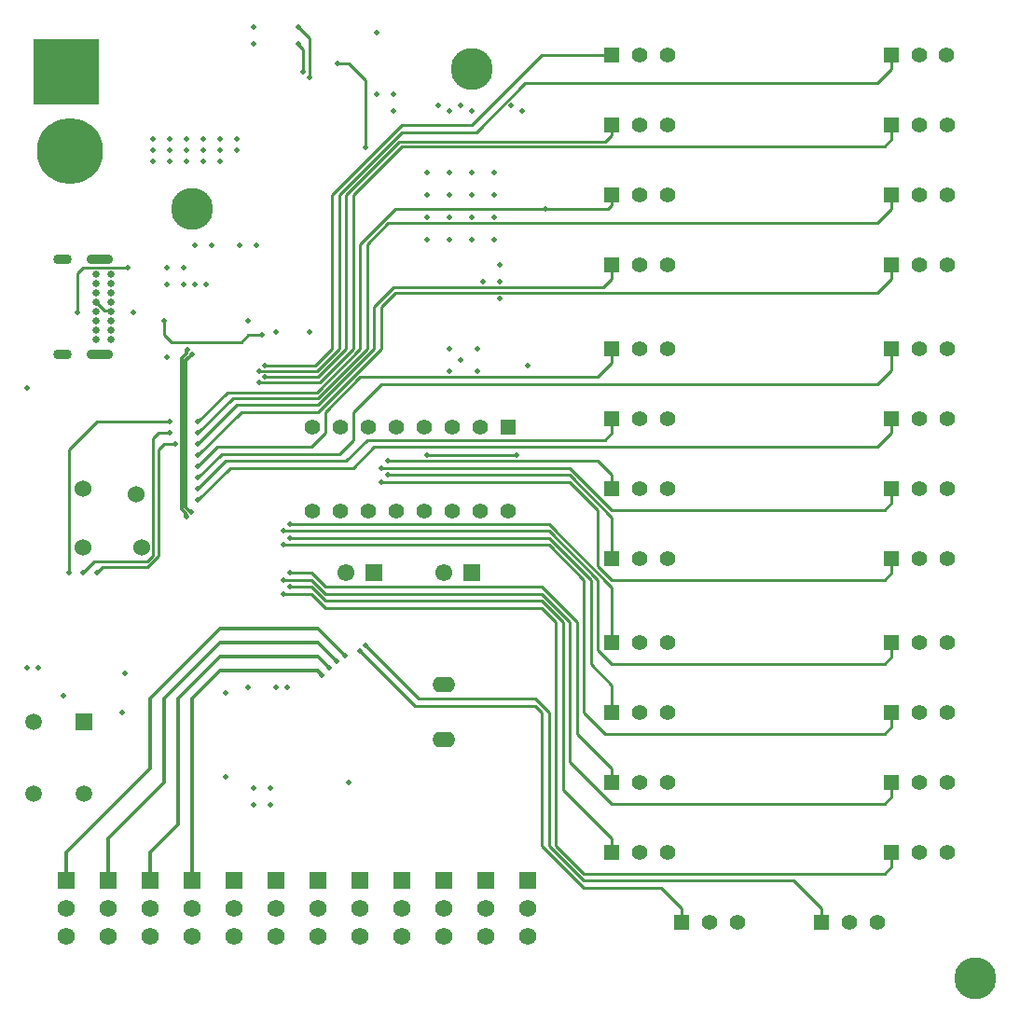
<source format=gbl>
G04*
G04 #@! TF.GenerationSoftware,Altium Limited,Altium Designer,21.7.2 (23)*
G04*
G04 Layer_Physical_Order=4*
G04 Layer_Color=16711680*
%FSLAX25Y25*%
%MOIN*%
G70*
G04*
G04 #@! TF.SameCoordinates,5233C9E9-E8BD-4DB4-A303-C3663256A2A9*
G04*
G04*
G04 #@! TF.FilePolarity,Positive*
G04*
G01*
G75*
%ADD10C,0.01000*%
%ADD70C,0.06181*%
%ADD71R,0.06181X0.06181*%
%ADD73C,0.05512*%
%ADD74R,0.05512X0.05512*%
%ADD75C,0.02559*%
G04:AMPARAMS|DCode=76|XSize=35.43mil|YSize=94.49mil|CornerRadius=17.72mil|HoleSize=0mil|Usage=FLASHONLY|Rotation=270.000|XOffset=0mil|YOffset=0mil|HoleType=Round|Shape=RoundedRectangle|*
%AMROUNDEDRECTD76*
21,1,0.03543,0.05906,0,0,270.0*
21,1,0.00000,0.09449,0,0,270.0*
1,1,0.03543,-0.02953,0.00000*
1,1,0.03543,-0.02953,0.00000*
1,1,0.03543,0.02953,0.00000*
1,1,0.03543,0.02953,0.00000*
%
%ADD76ROUNDEDRECTD76*%
G04:AMPARAMS|DCode=77|XSize=35.43mil|YSize=66.93mil|CornerRadius=17.72mil|HoleSize=0mil|Usage=FLASHONLY|Rotation=270.000|XOffset=0mil|YOffset=0mil|HoleType=Round|Shape=RoundedRectangle|*
%AMROUNDEDRECTD77*
21,1,0.03543,0.03150,0,0,270.0*
21,1,0.00000,0.06693,0,0,270.0*
1,1,0.03543,-0.01575,0.00000*
1,1,0.03543,-0.01575,0.00000*
1,1,0.03543,0.01575,0.00000*
1,1,0.03543,0.01575,0.00000*
%
%ADD77ROUNDEDRECTD77*%
%ADD79C,0.06102*%
%ADD80R,0.06102X0.06102*%
%ADD82C,0.01200*%
%ADD83C,0.06000*%
%ADD84C,0.15000*%
%ADD85R,0.23622X0.23622*%
%ADD86R,0.05512X0.05512*%
%ADD87R,0.05906X0.05906*%
%ADD88C,0.05906*%
%ADD89O,0.08268X0.05512*%
%ADD90C,0.23622*%
%ADD91C,0.01968*%
D10*
X180000Y296000D02*
X184000D01*
X178000Y300000D02*
X182000D01*
X156000Y304000D02*
X182000D01*
X178000Y294000D02*
X180000Y296000D01*
X178000Y256000D02*
Y294000D01*
X174000Y252000D02*
X178000Y256000D01*
X158000Y252000D02*
X174000D01*
X156000Y250000D02*
X158000Y252000D01*
X176000Y298000D02*
X178000Y300000D01*
X176000Y256000D02*
Y298000D01*
X174000Y254000D02*
X176000Y256000D01*
X155000Y254000D02*
X174000D01*
X151000Y250000D02*
X155000Y254000D01*
X146000Y294000D02*
X156000Y304000D01*
X146000Y250000D02*
Y294000D01*
X192000Y304000D02*
X202600Y314600D01*
X241969Y432030D02*
X245970D01*
X252000Y426000D01*
Y402000D02*
Y426000D01*
X365000Y125157D02*
Y130000D01*
Y125157D02*
X365158Y125000D01*
X415000Y125157D02*
Y130000D01*
Y125157D02*
X415158Y125000D01*
X440000Y145000D02*
Y149843D01*
X440158Y150000D01*
X440000Y170000D02*
Y174843D01*
X440158Y175000D01*
X340000Y150157D02*
Y155000D01*
Y150157D02*
X340158Y150000D01*
X340000Y175157D02*
Y180000D01*
Y175157D02*
X340158Y175000D01*
X440000Y195000D02*
Y199843D01*
X440158Y200000D01*
X440000Y220000D02*
Y224843D01*
X440158Y225000D01*
X340158Y200000D02*
Y209842D01*
X332500Y217500D02*
X340158Y209842D01*
X317500Y267500D02*
X340158Y244843D01*
Y225000D02*
Y244843D01*
X440158Y250157D02*
Y255000D01*
X437500Y247500D02*
X440158Y250157D01*
X440000Y275000D02*
Y279842D01*
X440158Y280000D01*
X325000Y285000D02*
X340158Y269843D01*
Y255000D02*
Y269843D01*
X340000Y272500D02*
X437500D01*
X325000Y287500D02*
X340000Y272500D01*
X257500Y287500D02*
X325000D01*
X437500Y272500D02*
X440000Y275000D01*
X260000Y285000D02*
X325000D01*
X340000Y280157D02*
X340158Y280000D01*
X340000Y280157D02*
Y285000D01*
X440000Y300000D02*
Y304842D01*
X440158Y305000D01*
X247500Y287500D02*
X255000Y295000D01*
X203500Y287500D02*
X247500D01*
X255000Y295000D02*
X435000D01*
X440000Y329842D02*
X440158Y330000D01*
X440000Y322500D02*
Y329842D01*
X340000Y300000D02*
Y304842D01*
X340158Y305000D01*
X247500Y297500D02*
Y307500D01*
X257500Y317500D02*
X435000D01*
X337500Y297500D02*
X340000Y300000D01*
X247500Y307500D02*
X257500Y317500D01*
X242500Y292500D02*
X247500Y297500D01*
X435000Y295000D02*
X440000Y300000D01*
X340000Y325000D02*
Y329842D01*
X340158Y330000D01*
X440000Y359842D02*
X440158Y360000D01*
X440000Y355000D02*
Y359842D01*
Y384842D02*
X440158Y385000D01*
X440000Y380000D02*
Y384842D01*
X340000Y381344D02*
Y384842D01*
X340158Y385000D01*
X435000Y350000D02*
X440000Y355000D01*
X262500Y350000D02*
X435000D01*
X257500Y345000D02*
X262500Y350000D01*
X257500Y330000D02*
Y345000D01*
X340000Y355000D02*
Y359842D01*
X340158Y360000D01*
X340000Y406344D02*
Y409842D01*
X340158Y410000D01*
X440000Y405000D02*
Y409842D01*
X440158Y410000D01*
X440000Y430000D02*
Y435000D01*
X315000D02*
X340158D01*
X274000Y292000D02*
X306000D01*
X207500Y332500D02*
X210000Y335000D01*
X180000D02*
Y340000D01*
X182500Y332500D02*
X207500D01*
X180000Y335000D02*
X182500Y332500D01*
X210000Y335000D02*
X215000D01*
X235500Y318000D02*
X247500Y330000D01*
X214000Y318000D02*
X235500D01*
X216000Y320000D02*
X235000D01*
X245000Y330000D01*
X234500Y322000D02*
X242500Y330000D01*
X214000Y322000D02*
X234500D01*
X234000Y324000D02*
X240000Y330000D01*
X216000Y324000D02*
X234000D01*
X202600Y314600D02*
X234600D01*
X357500Y137500D02*
X365000Y130000D01*
X330000Y137500D02*
X357500D01*
X315000Y152500D02*
X330000Y137500D01*
X315000Y152500D02*
Y200000D01*
X312500Y202500D02*
X315000Y200000D01*
X269500Y202500D02*
X312500D01*
X250000Y222000D02*
X269500Y202500D01*
X405000Y140000D02*
X415000Y130000D01*
X330000Y140000D02*
X405000D01*
X317500Y152500D02*
X330000Y140000D01*
X317500Y152500D02*
Y200000D01*
X312500Y205000D02*
X317500Y200000D01*
X271000Y205000D02*
X312500D01*
X252000Y224000D02*
X271000Y205000D01*
X325000Y182500D02*
Y232500D01*
Y182500D02*
X340000Y167500D01*
X437500D01*
X330000Y142500D02*
X437500D01*
X320000Y152500D02*
X330000Y142500D01*
X437500D02*
X440000Y145000D01*
X320000Y152500D02*
Y232500D01*
X315000Y237500D02*
X320000Y232500D01*
X237500Y237500D02*
X315000D01*
X232500Y242500D02*
X237500Y237500D01*
X222500Y242500D02*
X232500D01*
X322500Y172500D02*
X340000Y155000D01*
X322500Y172500D02*
Y232500D01*
X315000Y240000D02*
X322500Y232500D01*
X237500Y240000D02*
X315000D01*
X232500Y245000D02*
X237500Y240000D01*
X225000Y245000D02*
X232500D01*
X327500Y192500D02*
Y232500D01*
X315000Y245000D02*
X327500Y232500D01*
X315000Y242500D02*
X325000Y232500D01*
X237500Y242500D02*
X315000D01*
X437500Y167500D02*
X440000Y170000D01*
X232500Y247500D02*
X237500Y242500D01*
X222500Y247500D02*
X232500D01*
X327500Y192500D02*
X340000Y180000D01*
X237631Y245000D02*
X315000D01*
X232631Y250000D02*
X237631Y245000D01*
X225000Y250000D02*
X232631D01*
X337500Y192500D02*
X437500D01*
X330000Y200000D02*
X337500Y192500D01*
X437500D02*
X440000Y195000D01*
X330000Y200000D02*
Y247500D01*
X317500Y260000D02*
X330000Y247500D01*
X222500Y260000D02*
X317500D01*
X332500Y217500D02*
Y247500D01*
X317500Y262500D02*
X332500Y247500D01*
X225000Y262500D02*
X317500D01*
X437500Y217500D02*
X440000Y220000D01*
X340000Y217500D02*
X437500D01*
X335000Y222500D02*
X340000Y217500D01*
X335000Y222500D02*
Y247500D01*
X317500Y265000D02*
X335000Y247500D01*
X222500Y265000D02*
X317500D01*
X225000Y267500D02*
X317500D01*
X340000Y247500D02*
X437500D01*
X335000Y252500D02*
X340000Y247500D01*
X335000Y252500D02*
Y272500D01*
X325000Y282500D02*
X335000Y272500D01*
X257500Y282500D02*
X325000D01*
X335000Y290000D02*
X340000Y285000D01*
X260000Y290000D02*
X335000D01*
X192000Y276000D02*
X203500Y287500D01*
X252500Y297500D02*
X337500D01*
X245000Y290000D02*
X252500Y297500D01*
X202000Y290000D02*
X245000D01*
X192000Y280000D02*
X202000Y290000D01*
X435000Y317500D02*
X440000Y322500D01*
X200500Y292500D02*
X242500D01*
X192000Y284000D02*
X200500Y292500D01*
X335000Y320000D02*
X340000Y325000D01*
X250000Y320000D02*
X335000D01*
X237500Y307500D02*
X250000Y320000D01*
X237500Y300000D02*
Y307500D01*
X232500Y295000D02*
X237500Y300000D01*
X199000Y295000D02*
X232500D01*
X192000Y288000D02*
X199000Y295000D01*
X235000Y307500D02*
X257500Y330000D01*
X207500Y307500D02*
X235000D01*
X192000Y292000D02*
X207500Y307500D01*
X337026Y352026D02*
X340000Y355000D01*
X262026Y352026D02*
X337026D01*
X255000Y330000D02*
Y345000D01*
X262026Y352026D01*
X235000Y310000D02*
X255000Y330000D01*
X240000D02*
Y385000D01*
X245000Y330000D02*
Y385000D01*
X247500Y330000D02*
Y385000D01*
X242500Y330000D02*
Y385000D01*
X240000D02*
X265000Y410000D01*
X192000Y296000D02*
X206000Y310000D01*
X235000D01*
X435000Y375000D02*
X440000Y380000D01*
X260000Y375000D02*
X435000D01*
X252500Y367500D02*
X260000Y375000D01*
X252500Y330000D02*
Y367500D01*
X235000Y312500D02*
X252500Y330000D01*
X192000Y300000D02*
X204500Y312500D01*
X235000D01*
X250000Y367500D02*
X262500Y380000D01*
X250000Y330000D02*
Y367500D01*
X262500Y380000D02*
X338656D01*
X340000Y381344D01*
X234600Y314600D02*
X250000Y330000D01*
X437500Y402500D02*
X440000Y405000D01*
X265000Y402500D02*
X437500D01*
X247500Y385000D02*
X265000Y402500D01*
X435000Y425000D02*
X440000Y430000D01*
X337656Y404000D02*
X340000Y406344D01*
X264000Y404000D02*
X337656D01*
X242500Y385000D02*
X265000Y407500D01*
X245000Y385000D02*
X264000Y404000D01*
X265000Y407500D02*
X291500D01*
X309000Y425000D01*
X435000D01*
X290000Y410000D02*
X315000Y435000D01*
X265000Y410000D02*
X290000D01*
X151000Y359000D02*
X167000D01*
X149000Y357000D02*
X151000Y359000D01*
X149000Y343000D02*
Y357000D01*
X160548Y343625D02*
X160846Y343327D01*
X155532Y346673D02*
X158580Y343625D01*
X160548D01*
X228000Y445000D02*
X232000Y441000D01*
Y427000D02*
Y441000D01*
X228000Y438928D02*
X229720Y437207D01*
X228000Y438928D02*
Y439000D01*
X229720Y429000D02*
Y437207D01*
D70*
X265000Y120000D02*
D03*
Y130000D02*
D03*
X235000Y120000D02*
D03*
Y130000D02*
D03*
X250000Y120000D02*
D03*
Y130000D02*
D03*
X205000Y120000D02*
D03*
Y130000D02*
D03*
X220000Y120000D02*
D03*
Y130000D02*
D03*
X190000Y120000D02*
D03*
Y130000D02*
D03*
X145000Y120000D02*
D03*
Y130000D02*
D03*
X160000Y120000D02*
D03*
Y130000D02*
D03*
X175000Y120000D02*
D03*
Y130000D02*
D03*
X310000Y120000D02*
D03*
Y130000D02*
D03*
X295000Y120000D02*
D03*
Y130000D02*
D03*
X280000Y120000D02*
D03*
Y130000D02*
D03*
D71*
X265000Y140000D02*
D03*
X235000D02*
D03*
X250000D02*
D03*
X205000D02*
D03*
X220000D02*
D03*
X190000D02*
D03*
X145000D02*
D03*
X160000D02*
D03*
X175000D02*
D03*
X310000D02*
D03*
X295000D02*
D03*
X280000D02*
D03*
D73*
X293000Y302000D02*
D03*
X283000D02*
D03*
X273000D02*
D03*
X263000D02*
D03*
X253000D02*
D03*
X243000D02*
D03*
X233000D02*
D03*
X303000Y272000D02*
D03*
X293000D02*
D03*
X283000D02*
D03*
X273000D02*
D03*
X263000D02*
D03*
X253000D02*
D03*
X243000D02*
D03*
X233000D02*
D03*
X459685Y435000D02*
D03*
X449843D02*
D03*
X459842Y410000D02*
D03*
X450000D02*
D03*
X459842Y385000D02*
D03*
X450000D02*
D03*
X459842Y360000D02*
D03*
X450000D02*
D03*
X359842Y255000D02*
D03*
X350000D02*
D03*
X359842Y280000D02*
D03*
X350000D02*
D03*
X359842Y330000D02*
D03*
X350000D02*
D03*
X359842Y305000D02*
D03*
X350000D02*
D03*
X359842Y225000D02*
D03*
X350000D02*
D03*
X359842Y200000D02*
D03*
X350000D02*
D03*
X359842Y175000D02*
D03*
X350000D02*
D03*
X359842Y150000D02*
D03*
X350000D02*
D03*
X359842Y385000D02*
D03*
X350000D02*
D03*
X359842Y435000D02*
D03*
X350000D02*
D03*
X359842Y410000D02*
D03*
X350000D02*
D03*
X359842Y360000D02*
D03*
X350000D02*
D03*
X459842Y150000D02*
D03*
X450000D02*
D03*
X459842Y175000D02*
D03*
X450000D02*
D03*
X434842Y125000D02*
D03*
X425000D02*
D03*
X384842D02*
D03*
X375000D02*
D03*
X459842Y280000D02*
D03*
X450000D02*
D03*
X459842Y255000D02*
D03*
X450000D02*
D03*
X459842Y225000D02*
D03*
X450000D02*
D03*
X459842Y200000D02*
D03*
X450000D02*
D03*
X459842Y305000D02*
D03*
X450000D02*
D03*
X459842Y330000D02*
D03*
X450000D02*
D03*
D74*
X440000Y435000D02*
D03*
X440158Y410000D02*
D03*
Y385000D02*
D03*
Y360000D02*
D03*
X340158Y255000D02*
D03*
Y280000D02*
D03*
Y330000D02*
D03*
Y305000D02*
D03*
Y225000D02*
D03*
Y200000D02*
D03*
Y175000D02*
D03*
Y150000D02*
D03*
Y385000D02*
D03*
Y435000D02*
D03*
Y410000D02*
D03*
Y360000D02*
D03*
X440158Y150000D02*
D03*
Y175000D02*
D03*
X415158Y125000D02*
D03*
X365158D02*
D03*
X440158Y280000D02*
D03*
Y255000D02*
D03*
Y225000D02*
D03*
Y200000D02*
D03*
Y305000D02*
D03*
Y330000D02*
D03*
D75*
X155532Y356713D02*
D03*
Y353366D02*
D03*
Y350020D02*
D03*
Y346673D02*
D03*
Y343327D02*
D03*
Y339980D02*
D03*
Y336634D02*
D03*
Y333287D02*
D03*
X160846D02*
D03*
Y336634D02*
D03*
Y339980D02*
D03*
Y343327D02*
D03*
Y346673D02*
D03*
Y350020D02*
D03*
Y353366D02*
D03*
Y356713D02*
D03*
D76*
X156988Y327972D02*
D03*
Y362028D02*
D03*
D77*
X143681Y327972D02*
D03*
Y362028D02*
D03*
D79*
X280157Y250000D02*
D03*
X245000D02*
D03*
D80*
X290000D02*
D03*
X254842D02*
D03*
D82*
X187661Y270882D02*
Y271337D01*
X188000Y328416D02*
Y328863D01*
X186214Y272784D02*
Y326630D01*
X188000Y328416D01*
X187814Y273447D02*
X188692Y272568D01*
X187814Y325967D02*
X189024Y327177D01*
X189053D01*
X187814Y273447D02*
Y325967D01*
X188692Y272568D02*
X188715D01*
X186214Y272784D02*
X187661Y271337D01*
Y270882D02*
X187853Y270690D01*
Y270147D02*
X188000Y270000D01*
Y328863D02*
X188108Y328971D01*
Y329598D01*
X188254Y329746D01*
X187853Y270147D02*
Y270690D01*
X189876Y328000D02*
X190084D01*
X188715Y272568D02*
X189538Y271745D01*
X189745D01*
X189053Y327177D02*
X189876Y328000D01*
X235000Y220000D02*
X239016Y215984D01*
X235000Y230000D02*
X244528Y220472D01*
X190000Y205000D02*
X200000Y215000D01*
X190000Y140000D02*
Y205000D01*
X185000D02*
X200000Y220000D01*
X175000Y140000D02*
Y150000D01*
X185000Y160000D02*
Y205000D01*
X200000Y220000D02*
X235000D01*
X175000Y150000D02*
X185000Y160000D01*
X200000Y225000D02*
X235000D01*
X160000Y140000D02*
Y155000D01*
X180000Y175000D02*
Y205000D01*
X160000Y155000D02*
X180000Y175000D01*
Y205000D02*
X200000Y225000D01*
X145000Y140000D02*
Y150000D01*
X175000Y205000D02*
X200000Y230000D01*
X145000Y150000D02*
X175000Y180000D01*
Y205000D01*
X200000Y230000D02*
X235000D01*
Y215000D02*
X236457Y213543D01*
X200000Y215000D02*
X235000D01*
Y225000D02*
X241575Y218425D01*
D83*
X170000Y278000D02*
D03*
X172000Y259000D02*
D03*
X151000Y280000D02*
D03*
Y259000D02*
D03*
D84*
X470000Y105000D02*
D03*
X190000Y380000D02*
D03*
X290000Y430000D02*
D03*
D85*
X145000Y429173D02*
D03*
D86*
X303000Y302000D02*
D03*
D87*
X151161Y196795D02*
D03*
D88*
X133445D02*
D03*
Y171205D02*
D03*
X151161D02*
D03*
D89*
X280000Y210000D02*
D03*
Y190315D02*
D03*
D90*
X146201Y400827D02*
D03*
D91*
X308000Y415000D02*
D03*
X304000Y417000D02*
D03*
X176000Y397000D02*
D03*
Y401000D02*
D03*
Y405000D02*
D03*
X156000Y250000D02*
D03*
X151000D02*
D03*
X146000D02*
D03*
X184000Y296000D02*
D03*
X192000Y304000D02*
D03*
X182000Y300000D02*
D03*
Y304000D02*
D03*
X241969Y432030D02*
D03*
X252000Y402000D02*
D03*
X274000Y292000D02*
D03*
X306000D02*
D03*
X188254Y329746D02*
D03*
X190084Y328000D02*
D03*
X189745Y271745D02*
D03*
X188000Y270000D02*
D03*
X180000Y340000D02*
D03*
X214000Y318000D02*
D03*
X216000Y320000D02*
D03*
X214000Y322000D02*
D03*
X216000Y324000D02*
D03*
X252000Y224000D02*
D03*
X250000Y222000D02*
D03*
X239016Y215984D02*
D03*
X244528Y220472D02*
D03*
X222500Y242500D02*
D03*
X225000Y245000D02*
D03*
X222500Y247500D02*
D03*
X225000Y250000D02*
D03*
X222500Y260000D02*
D03*
X225000Y262500D02*
D03*
X222500Y265000D02*
D03*
X225000Y267500D02*
D03*
X257500Y282500D02*
D03*
X260000Y285000D02*
D03*
Y290000D02*
D03*
X257500Y287500D02*
D03*
X292000Y322000D02*
D03*
X282000D02*
D03*
X286000Y326000D02*
D03*
X294000Y354010D02*
D03*
X300000D02*
D03*
X274000Y377000D02*
D03*
X290000D02*
D03*
X282000D02*
D03*
X298000D02*
D03*
X300000Y360000D02*
D03*
X274000Y369000D02*
D03*
X290000D02*
D03*
X282000D02*
D03*
X298000D02*
D03*
X290000Y385000D02*
D03*
X298000D02*
D03*
Y393000D02*
D03*
X236457Y213543D02*
D03*
X241575Y218425D02*
D03*
X192000Y276000D02*
D03*
Y280000D02*
D03*
Y284000D02*
D03*
Y288000D02*
D03*
Y292000D02*
D03*
Y296000D02*
D03*
Y300000D02*
D03*
X215000Y335000D02*
D03*
X144000Y206000D02*
D03*
X166000Y214000D02*
D03*
X165000Y200000D02*
D03*
X224000Y209000D02*
D03*
X218000Y167000D02*
D03*
X220000Y209000D02*
D03*
X210000D02*
D03*
X212000Y173000D02*
D03*
X218000D02*
D03*
X246000Y175000D02*
D03*
X202000Y177000D02*
D03*
X212000Y167000D02*
D03*
X202000Y207000D02*
D03*
X131000Y316000D02*
D03*
Y216000D02*
D03*
X135000D02*
D03*
X232000Y336000D02*
D03*
X220000D02*
D03*
X210000Y340000D02*
D03*
X316405Y380188D02*
D03*
X310000Y324000D02*
D03*
X282000Y330000D02*
D03*
X292000D02*
D03*
X300000Y348000D02*
D03*
X197000Y367000D02*
D03*
X191000D02*
D03*
X207000D02*
D03*
X213000D02*
D03*
X195000Y353000D02*
D03*
X187000Y359000D02*
D03*
Y353000D02*
D03*
X191000D02*
D03*
X181000Y327000D02*
D03*
Y353000D02*
D03*
Y359000D02*
D03*
X167000D02*
D03*
X149000Y343000D02*
D03*
X169000D02*
D03*
X256000Y421000D02*
D03*
X262000D02*
D03*
Y415000D02*
D03*
X290000D02*
D03*
X282000D02*
D03*
X278000Y417000D02*
D03*
X286000D02*
D03*
X274000Y385000D02*
D03*
Y393000D02*
D03*
X290000D02*
D03*
X282000D02*
D03*
Y385000D02*
D03*
X200000Y397000D02*
D03*
X194000D02*
D03*
X188000D02*
D03*
X182000D02*
D03*
Y401000D02*
D03*
X188000D02*
D03*
X194000D02*
D03*
X200000D02*
D03*
X206000D02*
D03*
Y405000D02*
D03*
X200000D02*
D03*
X194000D02*
D03*
X188000D02*
D03*
X182000D02*
D03*
X212000Y439000D02*
D03*
Y445000D02*
D03*
X228000D02*
D03*
Y439000D02*
D03*
X256000Y443000D02*
D03*
X232000Y427000D02*
D03*
X229720Y429000D02*
D03*
M02*

</source>
